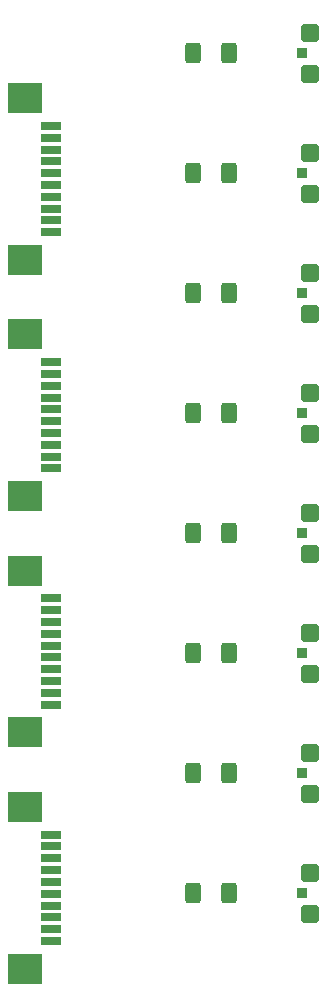
<source format=gbr>
%TF.GenerationSoftware,KiCad,Pcbnew,8.0.6-8.0.6-0~ubuntu24.04.1*%
%TF.CreationDate,2024-12-11T21:49:02+03:00*%
%TF.ProjectId,PM-LED8,504d2d4c-4544-4382-9e6b-696361645f70,rev?*%
%TF.SameCoordinates,Original*%
%TF.FileFunction,Paste,Top*%
%TF.FilePolarity,Positive*%
%FSLAX46Y46*%
G04 Gerber Fmt 4.6, Leading zero omitted, Abs format (unit mm)*
G04 Created by KiCad (PCBNEW 8.0.6-8.0.6-0~ubuntu24.04.1) date 2024-12-11 21:49:02*
%MOMM*%
%LPD*%
G01*
G04 APERTURE LIST*
G04 Aperture macros list*
%AMRoundRect*
0 Rectangle with rounded corners*
0 $1 Rounding radius*
0 $2 $3 $4 $5 $6 $7 $8 $9 X,Y pos of 4 corners*
0 Add a 4 corners polygon primitive as box body*
4,1,4,$2,$3,$4,$5,$6,$7,$8,$9,$2,$3,0*
0 Add four circle primitives for the rounded corners*
1,1,$1+$1,$2,$3*
1,1,$1+$1,$4,$5*
1,1,$1+$1,$6,$7*
1,1,$1+$1,$8,$9*
0 Add four rect primitives between the rounded corners*
20,1,$1+$1,$2,$3,$4,$5,0*
20,1,$1+$1,$4,$5,$6,$7,0*
20,1,$1+$1,$6,$7,$8,$9,0*
20,1,$1+$1,$8,$9,$2,$3,0*%
G04 Aperture macros list end*
%ADD10R,1.803400X0.635000*%
%ADD11R,2.997200X2.590800*%
%ADD12RoundRect,0.250000X0.400000X0.625000X-0.400000X0.625000X-0.400000X-0.625000X0.400000X-0.625000X0*%
%ADD13RoundRect,0.250000X-0.500000X0.500000X-0.500000X-0.500000X0.500000X-0.500000X0.500000X0.500000X0*%
%ADD14RoundRect,0.225000X-0.225000X0.225000X-0.225000X-0.225000X0.225000X-0.225000X0.225000X0.225000X0*%
G04 APERTURE END LIST*
D10*
%TO.C,J3*%
X-8444000Y-5500009D03*
X-8444000Y-6500007D03*
X-8444000Y-7500005D03*
X-8444000Y-8500003D03*
X-8444000Y-9500001D03*
X-8444000Y-10499999D03*
X-8444000Y-11499997D03*
X-8444000Y-12499995D03*
X-8444000Y-13499993D03*
X-8444000Y-14499991D03*
D11*
X-10614001Y-3149998D03*
X-10614001Y-16850002D03*
%TD*%
D10*
%TO.C,J4*%
X-8444000Y-25500009D03*
X-8444000Y-26500007D03*
X-8444000Y-27500005D03*
X-8444000Y-28500003D03*
X-8444000Y-29500001D03*
X-8444000Y-30499999D03*
X-8444000Y-31499997D03*
X-8444000Y-32499995D03*
X-8444000Y-33499993D03*
X-8444000Y-34499991D03*
D11*
X-10614001Y-23149998D03*
X-10614001Y-36850002D03*
%TD*%
D10*
%TO.C,J1*%
X-8444000Y34499991D03*
X-8444000Y33499993D03*
X-8444000Y32499995D03*
X-8444000Y31499997D03*
X-8444000Y30499999D03*
X-8444000Y29500001D03*
X-8444000Y28500003D03*
X-8444000Y27500005D03*
X-8444000Y26500007D03*
X-8444000Y25500009D03*
D11*
X-10614001Y36850002D03*
X-10614001Y23149998D03*
%TD*%
D10*
%TO.C,J2*%
X-8444000Y14499991D03*
X-8444000Y13499993D03*
X-8444000Y12499995D03*
X-8444000Y11499997D03*
X-8444000Y10499999D03*
X-8444000Y9500001D03*
X-8444000Y8500003D03*
X-8444000Y7500005D03*
X-8444000Y6500007D03*
X-8444000Y5500009D03*
D11*
X-10614001Y16850002D03*
X-10614001Y3149998D03*
%TD*%
D12*
%TO.C,R3*%
X6630000Y20320000D03*
X3530000Y20320000D03*
%TD*%
D13*
%TO.C,D7*%
X13470000Y-18570000D03*
X13470000Y-22070000D03*
D14*
X12820000Y-20320000D03*
%TD*%
D13*
%TO.C,D3*%
X13470000Y22070000D03*
X13470000Y18570000D03*
D14*
X12820000Y20320000D03*
%TD*%
D13*
%TO.C,D4*%
X13470000Y11910000D03*
X13470000Y8410000D03*
D14*
X12820000Y10160000D03*
%TD*%
D13*
%TO.C,D1*%
X13470000Y42390000D03*
X13470000Y38890000D03*
D14*
X12820000Y40640000D03*
%TD*%
D12*
%TO.C,R7*%
X6630000Y-20320000D03*
X3530000Y-20320000D03*
%TD*%
%TO.C,R5*%
X6630000Y0D03*
X3530000Y0D03*
%TD*%
%TO.C,R1*%
X6630000Y40640000D03*
X3530000Y40640000D03*
%TD*%
%TO.C,R8*%
X6630000Y-30480000D03*
X3530000Y-30480000D03*
%TD*%
D13*
%TO.C,D6*%
X13470000Y-8410000D03*
X13470000Y-11910000D03*
D14*
X12820000Y-10160000D03*
%TD*%
D13*
%TO.C,D2*%
X13470000Y32230000D03*
X13470000Y28730000D03*
D14*
X12820000Y30480000D03*
%TD*%
D13*
%TO.C,D8*%
X13470000Y-28730000D03*
X13470000Y-32230000D03*
D14*
X12820000Y-30480000D03*
%TD*%
D12*
%TO.C,R2*%
X6630000Y30480000D03*
X3530000Y30480000D03*
%TD*%
%TO.C,R6*%
X6630000Y-10160000D03*
X3530000Y-10160000D03*
%TD*%
%TO.C,R4*%
X6630000Y10160000D03*
X3530000Y10160000D03*
%TD*%
D13*
%TO.C,D5*%
X13470000Y1750000D03*
X13470000Y-1750000D03*
D14*
X12820000Y0D03*
%TD*%
M02*

</source>
